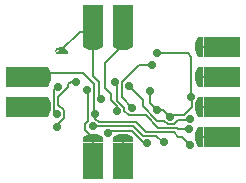
<source format=gbl>
G04 DipTrace 2.4.0.2*
%INST12axis2.gbl*%
%MOMM*%
%ADD13C,0.152*%
%ADD19R,1.6X1.7*%
%ADD20R,2.032X1.7*%
%ADD21R,2.0X1.7*%
%ADD22R,1.7X1.6*%
%ADD23R,1.7X2.032*%
%ADD37C,0.711*%
%FSLAX53Y53*%
G04*
G71*
G90*
G75*
G01*
%LNBottom*%
%LPD*%
X25348Y20160D2*
D13*
X26510D1*
X27780D1*
X25348Y12540D2*
X26510D1*
X27780D1*
X21346Y18601D2*
X20236D1*
X18793Y17157D1*
Y15879D1*
X19697Y14975D1*
X16350Y21430D2*
Y17646D1*
X16858Y17138D1*
Y15941D1*
X17047Y15753D1*
X16350Y12433D2*
Y11270D1*
Y10000D1*
Y20268D2*
Y21430D1*
Y22700D1*
X15812Y16520D2*
X15945D1*
Y13875D1*
X15719Y13649D1*
Y13063D1*
X16350Y12433D1*
Y21430D2*
X15277D1*
X13694Y19847D1*
X25345Y17620D2*
X26510D1*
X27780D1*
X25348Y15080D2*
X26510D1*
X27780D1*
X22366Y12060D2*
X22279D1*
X21735Y12605D1*
X20594D1*
X19763Y13436D1*
X17265D1*
X17232Y13403D1*
X16325D1*
X12433Y15080D2*
X11270D1*
X10000D1*
X17605Y12846D2*
X17790Y13030D1*
X19684D1*
X20699Y12015D1*
X20952D1*
X16534Y14491D2*
Y14071D1*
X16851Y13754D1*
X20005D1*
X20847Y12912D1*
X23183D1*
X23577Y12518D1*
X23870D1*
X24583Y11805D1*
X16534Y14491D2*
X16442D1*
Y16994D1*
X15534Y17902D1*
X12717D1*
X12435Y17620D1*
X11270D1*
X10000D1*
X13348Y13350D2*
Y13546D1*
X13898Y14097D1*
Y14765D1*
X13433Y15231D1*
Y15909D1*
X14231Y16706D1*
Y16959D1*
X14470Y17198D1*
X14910D1*
X14939Y17169D1*
X24518Y13200D2*
X23593D1*
X23552Y13241D1*
X21899D1*
X20808Y14331D1*
X19395D1*
X18992Y14735D1*
Y14974D1*
X18434Y15532D1*
Y16920D1*
X18201Y17153D1*
X24597Y14061D2*
Y13967D1*
X23593D1*
X23207Y13581D1*
X22692D1*
X22385Y13887D1*
X21822D1*
X20597Y15111D1*
Y15681D1*
X19414Y16863D1*
X13309Y14492D2*
X13388D1*
X13302Y14407D1*
X13048D1*
Y16507D1*
X13287Y16746D1*
X13349D1*
X13387Y16708D1*
X21753Y19631D2*
X24364D1*
X24693Y19302D1*
Y15939D1*
X24662Y15908D1*
X21196Y16441D2*
Y15411D1*
X21789Y14818D1*
X22310D1*
X22918Y14210D1*
Y14351D1*
X24026D1*
X24714Y15039D1*
Y15908D1*
X18890Y12433D2*
Y11270D1*
Y10000D1*
Y20265D2*
Y21430D1*
Y22700D1*
X18365Y14690D2*
Y15124D1*
X17856Y15634D1*
Y16186D1*
X17389Y16652D1*
Y18764D1*
X18890Y20265D1*
D37*
X22918Y14210D3*
X21196Y16441D3*
X24597Y14061D3*
X13348Y13350D3*
X13309Y14492D3*
X16534Y14491D3*
X16325Y13403D3*
X24662Y15908D3*
X21346Y18601D3*
X17605Y12846D3*
X20952Y12015D3*
X19697Y14975D3*
X24518Y13200D3*
X17047Y15753D3*
X13387Y16708D3*
X21789Y14818D3*
X24583Y11805D3*
X22366Y12060D3*
X14939Y17169D3*
X21753Y19631D3*
X19414Y16863D3*
X18201Y17153D3*
X18365Y14690D3*
X15812Y16520D3*
D19*
X26510Y17620D3*
Y20160D3*
D20*
X27780Y17620D3*
Y20160D3*
G36*
X25250Y21010D2*
X25715D1*
Y19310D1*
X25250D1*
X24980Y19835D1*
Y20485D1*
X25250Y21010D1*
G37*
G36*
Y18470D2*
X25710D1*
Y16770D1*
X25250D1*
X24980Y17295D1*
Y17945D1*
X25250Y18470D1*
G37*
D19*
X26510Y12540D3*
G36*
X25250Y13390D2*
X25715D1*
Y11690D1*
X25250D1*
X24980Y12215D1*
Y12865D1*
X25250Y13390D1*
G37*
D21*
X27780Y12540D3*
D19*
X11270Y17620D3*
Y15080D3*
D20*
X10000Y17620D3*
Y15080D3*
G36*
X12530Y14230D2*
X12065D1*
Y15930D1*
X12530D1*
X12800Y15405D1*
Y14755D1*
X12530Y14230D1*
G37*
G36*
Y16770D2*
X12070D1*
Y18470D1*
X12530D1*
X12800Y17945D1*
Y17295D1*
X12530Y16770D1*
G37*
D19*
X26510Y15080D3*
G36*
X25250Y15930D2*
X25715D1*
Y14230D1*
X25250D1*
X24980Y14755D1*
Y15405D1*
X25250Y15930D1*
G37*
D21*
X27780Y15080D3*
D22*
X18890Y11270D3*
X16350D3*
G36*
X17200Y12530D2*
Y12065D1*
X15500D1*
Y12530D1*
X16025Y12800D1*
X16675D1*
X17200Y12530D1*
G37*
G36*
X19740D2*
Y12065D1*
X18040D1*
Y12530D1*
X18565Y12800D1*
X19215D1*
X19740Y12530D1*
G37*
D23*
X18890Y10000D3*
X16350D3*
D22*
X18890Y21430D3*
X16350D3*
D23*
X18890Y22700D3*
X16350D3*
G36*
X15500Y20170D2*
Y20635D1*
X17200D1*
Y20170D1*
X16675Y19900D1*
X16025D1*
X15500Y20170D1*
G37*
G36*
X18040D2*
Y20630D1*
X19740D1*
Y20170D1*
X19215Y19900D1*
X18565D1*
X18040Y20170D1*
G37*
G36*
X14246Y19531D2*
X14217Y19721D1*
X14157Y19869D1*
X14081Y19963D1*
X14005Y20039D1*
X13892Y20102D1*
X13827Y20128D1*
X13732Y20148D1*
X13681Y20158D1*
X13598Y20163D1*
X13534Y20141D1*
X13496Y20102D1*
X13470Y20077D1*
X13406Y20064D1*
X13381Y20069D1*
X13330Y20084D1*
X13303Y20115D1*
X13203Y20034D1*
X13254Y19957D1*
Y19940D1*
X13165Y19904D1*
X13153Y19848D1*
X13143Y19747D1*
X13395Y19854D1*
X13427D1*
X13470Y19846D1*
X13480Y19823D1*
X13460Y19772D1*
X13344Y19709D1*
X13173Y19638D1*
X13198Y19587D1*
X13262Y19533D1*
X13452Y19607D1*
X13446Y19569D1*
Y19531D1*
X14246D1*
G37*
M02*

</source>
